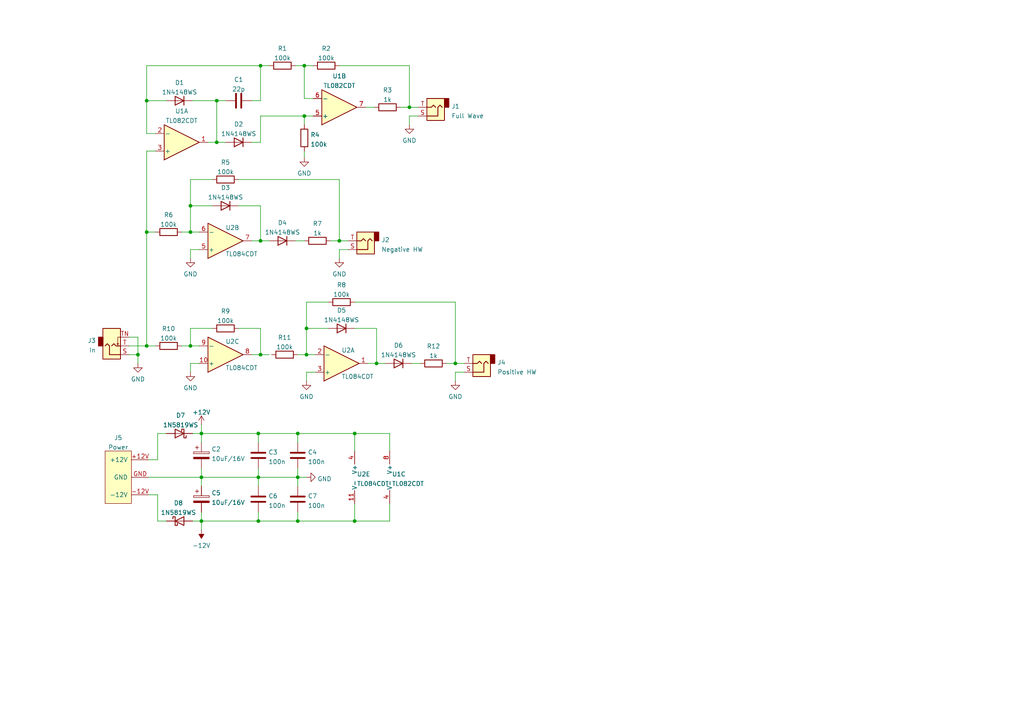
<source format=kicad_sch>
(kicad_sch (version 20211123) (generator eeschema)
  (paper "A4")
  (lib_symbols
    (symbol "Amplifier_Operational:TL072" (pin_names (offset 0.127))
      (property "Reference" "U" (at 0 5.08 0))
      (property "Value" "TL072" (at 0 -5.08 0))
      (symbol "TL072_1_1"
        (polyline (pts (xy -5.08 5.08) (xy 5.08 0) (xy -5.08 -5.08) (xy -5.08 5.08)) (stroke (width 0.254)) (fill (type background)))
        (pin output line (at 7.62 0 180) (length 2.54) (name "~") (number "1"))
        (pin input line (at -7.62 -2.54 0) (length 2.54) (name "-") (number "2"))
        (pin input line (at -7.62 2.54 0) (length 2.54) (name "+") (number "3"))
      )
      (symbol "TL072_2_1"
        (polyline (pts (xy -5.08 5.08) (xy 5.08 0) (xy -5.08 -5.08) (xy -5.08 5.08)) (stroke (width 0.254)) (fill (type background)))
        (pin input line (at -7.62 2.54 0) (length 2.54) (name "+") (number "5"))
        (pin input line (at -7.62 -2.54 0) (length 2.54) (name "-") (number "6"))
        (pin output line (at 7.62 0 180) (length 2.54) (name "~") (number "7"))
      )
      (symbol "TL072_3_1"
        (pin power_in line (at -2.54 -7.62 90) (length 3.81) (name "V-") (number "4"))
        (pin power_in line (at -2.54 7.62 270) (length 3.81) (name "V+") (number "8"))
      )
    )
    (symbol "Amplifier_Operational:TL074" (pin_names (offset 0.127))
      (property "Reference" "U" (at 0 5.08 0))
      (property "Value" "TL074" (at 0 -5.08 0))
      (symbol "TL074_1_1"
        (polyline (pts (xy -5.08 5.08) (xy 5.08 0) (xy -5.08 -5.08) (xy -5.08 5.08)) (stroke (width 0.254)) (fill (type background)))
        (pin output line (at 7.62 0 180) (length 2.54) (name "~") (number "1"))
        (pin input line (at -7.62 -2.54 0) (length 2.54) (name "-") (number "2"))
        (pin input line (at -7.62 2.54 0) (length 2.54) (name "+") (number "3"))
      )
      (symbol "TL074_2_1"
        (polyline (pts (xy -5.08 5.08) (xy 5.08 0) (xy -5.08 -5.08) (xy -5.08 5.08)) (stroke (width 0.254)) (fill (type background)))
        (pin input line (at -7.62 2.54 0) (length 2.54) (name "+") (number "5"))
        (pin input line (at -7.62 -2.54 0) (length 2.54) (name "-") (number "6"))
        (pin output line (at 7.62 0 180) (length 2.54) (name "~") (number "7"))
      )
      (symbol "TL074_3_1"
        (polyline (pts (xy -5.08 5.08) (xy 5.08 0) (xy -5.08 -5.08) (xy -5.08 5.08)) (stroke (width 0.254)) (fill (type background)))
        (pin input line (at -7.62 2.54 0) (length 2.54) (name "+") (number "10"))
        (pin output line (at 7.62 0 180) (length 2.54) (name "~") (number "8"))
        (pin input line (at -7.62 -2.54 0) (length 2.54) (name "-") (number "9"))
      )
      (symbol "TL074_4_1"
        (polyline (pts (xy -5.08 5.08) (xy 5.08 0) (xy -5.08 -5.08) (xy -5.08 5.08)) (stroke (width 0.254)) (fill (type background)))
        (pin input line (at -7.62 2.54 0) (length 2.54) (name "+") (number "12"))
        (pin input line (at -7.62 -2.54 0) (length 2.54) (name "-") (number "13"))
        (pin output line (at 7.62 0 180) (length 2.54) (name "~") (number "14"))
      )
      (symbol "TL074_5_1"
        (pin power_in line (at -2.54 -7.62 90) (length 3.81) (name "V-") (number "11"))
        (pin power_in line (at -2.54 7.62 270) (length 3.81) (name "V+") (number "4"))
      )
    )
    (symbol "Connector:AudioJack2"
      (property "Reference" "J" (at 0 8.89 0))
      (property "Value" "AudioJack2" (at 0 6.35 0))
      (symbol "AudioJack2_0_1"
        (rectangle (start -3.81 0) (end -2.54 -2.54) (stroke (width 0.254)) (fill (type outline)))
        (rectangle (start -2.54 3.81) (end 2.54 -2.54) (stroke (width 0.254)) (fill (type background)))
        (polyline (pts (xy 0 0) (xy 0.635 -0.635) (xy 1.27 0) (xy 2.54 0)) (stroke (width 0.254)))
        (polyline (pts (xy 2.54 2.54) (xy -0.635 2.54) (xy -0.635 0) (xy -1.27 -0.635) (xy -1.905 0)) (stroke (width 0.254)))
      )
      (symbol "AudioJack2_1_1"
        (pin passive line (at 5.08 2.54 180) (length 2.54) (name "~") (number "S"))
        (pin passive line (at 5.08 0 180) (length 2.54) (name "~") (number "T"))
      )
    )
    (symbol "Connector:AudioJack2_SwitchT"
      (property "Reference" "J" (at 0 8.89 0))
      (property "Value" "AudioJack2_SwitchT" (at 0 6.35 0))
      (symbol "AudioJack2_SwitchT_0_1"
        (rectangle (start -2.54 0) (end -3.81 -2.54) (stroke (width 0.254)) (fill (type outline)))
        (polyline (pts (xy 1.778 -0.254) (xy 2.032 -0.762)))
        (polyline (pts (xy 0 0) (xy 0.635 -0.635) (xy 1.27 0) (xy 2.54 0)) (stroke (width 0.254)))
        (polyline (pts (xy 2.54 -2.54) (xy 1.778 -2.54) (xy 1.778 -0.254) (xy 1.524 -0.762)))
        (polyline (pts (xy 2.54 2.54) (xy -0.635 2.54) (xy -0.635 0) (xy -1.27 -0.635) (xy -1.905 0)) (stroke (width 0.254)))
        (rectangle (start 2.54 3.81) (end -2.54 -5.08) (stroke (width 0.254)) (fill (type background)))
      )
      (symbol "AudioJack2_SwitchT_1_1"
        (pin passive line (at 5.08 2.54 180) (length 2.54) (name "~") (number "S"))
        (pin passive line (at 5.08 0 180) (length 2.54) (name "~") (number "T"))
        (pin passive line (at 5.08 -2.54 180) (length 2.54) (name "~") (number "TN"))
      )
    )
    (symbol "Device:C" (pin_numbers hide) (pin_names (offset 0.254))
      (property "Reference" "C" (at 0.635 2.54 0))
      (property "Value" "C" (at 0.635 -2.54 0))
      (symbol "C_0_1"
        (polyline (pts (xy -2.032 -0.762) (xy 2.032 -0.762)) (stroke (width 0.508)))
        (polyline (pts (xy -2.032 0.762) (xy 2.032 0.762)) (stroke (width 0.508)))
      )
      (symbol "C_1_1"
        (pin passive line (at 0 3.81 270) (length 2.794) (name "~") (number "1"))
        (pin passive line (at 0 -3.81 90) (length 2.794) (name "~") (number "2"))
      )
    )
    (symbol "Device:C_Polarized" (pin_numbers hide) (pin_names (offset 0.254))
      (property "Reference" "C" (at 0.635 2.54 0))
      (property "Value" "C_Polarized" (at 0.635 -2.54 0))
      (symbol "C_Polarized_0_1"
        (rectangle (start -2.286 0.508) (end 2.286 1.016))
        (polyline (pts (xy -1.778 2.286) (xy -0.762 2.286)))
        (polyline (pts (xy -1.27 2.794) (xy -1.27 1.778)))
        (rectangle (start 2.286 -0.508) (end -2.286 -1.016) (fill (type outline)))
      )
      (symbol "C_Polarized_1_1"
        (pin passive line (at 0 3.81 270) (length 2.794) (name "~") (number "1"))
        (pin passive line (at 0 -3.81 90) (length 2.794) (name "~") (number "2"))
      )
    )
    (symbol "Device:R" (pin_numbers hide) (pin_names (offset 0))
      (property "Reference" "R" (at 2.032 0 90))
      (property "Value" "R" (at 0 0 90))
      (symbol "R_0_1"
        (rectangle (start -1.016 -2.54) (end 1.016 2.54) (stroke (width 0.254)))
      )
      (symbol "R_1_1"
        (pin passive line (at 0 3.81 270) (length 1.27) (name "~") (number "1"))
        (pin passive line (at 0 -3.81 90) (length 1.27) (name "~") (number "2"))
      )
    )
    (symbol "Diode:1N4148" (pin_numbers hide) (pin_names (offset 1.016) hide)
      (property "Reference" "D" (at 0 2.54 0))
      (property "Value" "1N4148" (at 0 -2.54 0))
      (symbol "1N4148_0_1"
        (polyline (pts (xy -1.27 1.27) (xy -1.27 -1.27)) (stroke (width 0.254)))
        (polyline (pts (xy 1.27 0) (xy -1.27 0)))
        (polyline (pts (xy 1.27 1.27) (xy 1.27 -1.27) (xy -1.27 0) (xy 1.27 1.27)) (stroke (width 0.254)))
      )
      (symbol "1N4148_1_1"
        (pin passive line (at -3.81 0 0) (length 2.54) (name "K") (number "1"))
        (pin passive line (at 3.81 0 180) (length 2.54) (name "A") (number "2"))
      )
    )
    (symbol "Diode:1N5817" (pin_numbers hide) (pin_names (offset 1.016) hide)
      (property "Reference" "D" (at 0 2.54 0))
      (property "Value" "1N5817" (at 0 -2.54 0))
      (symbol "1N5817_0_1"
        (polyline (pts (xy 1.27 0) (xy -1.27 0)))
        (polyline (pts (xy 1.27 1.27) (xy 1.27 -1.27) (xy -1.27 0) (xy 1.27 1.27)) (stroke (width 0.254)))
        (polyline (pts (xy -1.905 0.635) (xy -1.905 1.27) (xy -1.27 1.27) (xy -1.27 -1.27) (xy -0.635 -1.27) (xy -0.635 -0.635)) (stroke (width 0.254)))
      )
      (symbol "1N5817_1_1"
        (pin passive line (at -3.81 0 0) (length 2.54) (name "K") (number "1"))
        (pin passive line (at 3.81 0 180) (length 2.54) (name "A") (number "2"))
      )
    )
    (symbol "Eurorack_Synth:Power_2x5" (pin_names (offset 1.016))
      (property "Reference" "J" (at 0 10.16 0))
      (property "Value" "Power_2x5" (at 0 8.89 0))
      (symbol "Power_2x5_0_1"
        (rectangle (start 3.81 7.62) (end -3.81 -7.62) (fill (type background)))
      )
      (symbol "Power_2x5_1_1"
        (pin power_out line (at 8.89 5.08 180) (length 5.08) (name "+12V") (number "+12V"))
        (pin power_out line (at 8.89 -5.08 180) (length 5.08) (name "-12V") (number "-12V"))
        (pin power_out line (at 8.89 0 180) (length 5.08) (name "GND") (number "GND"))
      )
    )
    (symbol "power:+12V" (power) (pin_names (offset 0))
      (property "Value" "+12V" (at 0 3.556 0))
      (symbol "+12V_0_1"
        (polyline (pts (xy -0.762 1.27) (xy 0 2.54)))
        (polyline (pts (xy 0 0) (xy 0 2.54)))
        (polyline (pts (xy 0 2.54) (xy 0.762 1.27)))
      )
      (symbol "+12V_1_1"
        (pin power_in line (at 0 0 90) (length 0) hide (name "+12V") (number "1"))
      )
    )
    (symbol "power:-12V" (power) (pin_names (offset 0))
      (property "Value" "-12V" (at 0 3.81 0))
      (symbol "-12V_0_0"
        (pin power_in line (at 0 0 90) (length 0) hide (name "-12V") (number "1"))
      )
      (symbol "-12V_0_1"
        (polyline (pts (xy 0 0) (xy 0 1.27) (xy 0.762 1.27) (xy 0 2.54) (xy -0.762 1.27) (xy 0 1.27)) (fill (type outline)))
      )
    )
    (symbol "power:GND" (power) (pin_names (offset 0))
      (property "Value" "GND" (at 0 -3.81 0))
      (symbol "GND_0_1"
        (polyline (pts (xy 0 0) (xy 0 -1.27) (xy 1.27 -1.27) (xy 0 -2.54) (xy -1.27 -1.27) (xy 0 -1.27)))
      )
      (symbol "GND_1_1"
        (pin power_in line (at 0 0 270) (length 0) hide (name "GND") (number "1"))
      )
    )
  )
  (junction (at 98.425 69.85))
  (junction (at 102.87 125.73))
  (junction (at 58.42 151.13))
  (junction (at 55.245 67.31))
  (junction (at 88.9 95.25))
  (junction (at 58.42 125.73))
  (junction (at 86.36 138.43))
  (junction (at 55.245 59.69))
  (junction (at 88.265 33.655))
  (junction (at 58.42 138.43))
  (junction (at 74.93 125.73))
  (junction (at 75.565 102.87))
  (junction (at 88.265 19.05))
  (junction (at 86.36 125.73))
  (junction (at 88.9 102.87))
  (junction (at 62.865 41.275))
  (junction (at 75.565 19.05))
  (junction (at 74.93 151.13))
  (junction (at 86.36 151.13))
  (junction (at 42.545 67.31))
  (junction (at 42.545 29.21))
  (junction (at 74.93 138.43))
  (junction (at 109.22 105.41))
  (junction (at 55.245 100.33))
  (junction (at 118.745 31.115))
  (junction (at 42.545 100.33))
  (junction (at 62.865 29.21))
  (junction (at 102.87 151.13))
  (junction (at 132.08 105.41))
  (junction (at 75.565 69.85))
  (junction (at 40.005 102.87))
  (wire (pts (xy 62.865 29.21) (xy 62.865 41.275)))
  (wire (pts (xy 75.565 19.05) (xy 75.565 29.21)))
  (wire (pts (xy 52.705 100.33) (xy 55.245 100.33)))
  (wire (pts (xy 109.22 95.25) (xy 109.22 105.41)))
  (wire (pts (xy 55.245 52.07) (xy 55.245 59.69)))
  (wire (pts (xy 95.25 87.63) (xy 88.9 87.63)))
  (wire (pts (xy 102.87 125.73) (xy 102.87 130.81)))
  (wire (pts (xy 98.425 72.39) (xy 98.425 74.93)))
  (wire (pts (xy 42.545 43.815) (xy 45.085 43.815)))
  (wire (pts (xy 85.725 19.05) (xy 88.265 19.05)))
  (wire (pts (xy 102.87 95.25) (xy 109.22 95.25)))
  (wire (pts (xy 88.9 95.25) (xy 95.25 95.25)))
  (wire (pts (xy 42.545 43.815) (xy 42.545 67.31)))
  (wire (pts (xy 55.245 59.69) (xy 55.245 67.31)))
  (wire (pts (xy 75.565 19.05) (xy 78.105 19.05)))
  (wire (pts (xy 48.26 151.13) (xy 45.72 151.13)))
  (wire (pts (xy 58.42 151.13) (xy 58.42 153.67)))
  (wire (pts (xy 88.265 43.815) (xy 88.265 45.72)))
  (wire (pts (xy 73.025 41.275) (xy 75.565 41.275)))
  (wire (pts (xy 86.36 125.73) (xy 86.36 128.27)))
  (wire (pts (xy 98.425 69.85) (xy 98.425 52.07)))
  (wire (pts (xy 86.36 151.13) (xy 102.87 151.13)))
  (wire (pts (xy 37.465 97.79) (xy 40.005 97.79)))
  (wire (pts (xy 75.565 33.655) (xy 88.265 33.655)))
  (wire (pts (xy 58.42 123.19) (xy 58.42 125.73)))
  (wire (pts (xy 88.265 19.05) (xy 90.805 19.05)))
  (wire (pts (xy 62.865 41.275) (xy 60.325 41.275)))
  (wire (pts (xy 43.18 133.35) (xy 45.72 133.35)))
  (wire (pts (xy 109.22 105.41) (xy 111.76 105.41)))
  (wire (pts (xy 113.03 125.73) (xy 113.03 130.81)))
  (wire (pts (xy 132.08 107.95) (xy 132.08 110.49)))
  (wire (pts (xy 74.93 138.43) (xy 74.93 140.97)))
  (wire (pts (xy 58.42 138.43) (xy 74.93 138.43)))
  (wire (pts (xy 55.88 125.73) (xy 58.42 125.73)))
  (wire (pts (xy 106.68 105.41) (xy 109.22 105.41)))
  (wire (pts (xy 102.87 125.73) (xy 113.03 125.73)))
  (wire (pts (xy 55.245 95.25) (xy 55.245 100.33)))
  (wire (pts (xy 106.045 31.115) (xy 108.585 31.115)))
  (wire (pts (xy 75.565 69.85) (xy 78.105 69.85)))
  (wire (pts (xy 88.265 19.05) (xy 88.265 28.575)))
  (wire (pts (xy 45.085 67.31) (xy 42.545 67.31)))
  (wire (pts (xy 58.42 151.13) (xy 74.93 151.13)))
  (wire (pts (xy 37.465 102.87) (xy 40.005 102.87)))
  (wire (pts (xy 118.745 31.115) (xy 121.285 31.115)))
  (wire (pts (xy 98.425 69.85) (xy 100.965 69.85)))
  (wire (pts (xy 74.93 138.43) (xy 86.36 138.43)))
  (wire (pts (xy 118.745 31.115) (xy 116.205 31.115)))
  (wire (pts (xy 37.465 100.33) (xy 42.545 100.33)))
  (wire (pts (xy 73.025 69.85) (xy 75.565 69.85)))
  (wire (pts (xy 45.72 125.73) (xy 45.72 133.35)))
  (wire (pts (xy 75.565 29.21) (xy 73.025 29.21)))
  (wire (pts (xy 74.93 135.89) (xy 74.93 138.43)))
  (wire (pts (xy 74.93 125.73) (xy 74.93 128.27)))
  (wire (pts (xy 69.215 95.25) (xy 75.565 95.25)))
  (wire (pts (xy 45.72 151.13) (xy 45.72 143.51)))
  (wire (pts (xy 48.26 29.21) (xy 42.545 29.21)))
  (wire (pts (xy 61.595 52.07) (xy 55.245 52.07)))
  (wire (pts (xy 69.215 59.69) (xy 75.565 59.69)))
  (wire (pts (xy 55.245 59.69) (xy 61.595 59.69)))
  (wire (pts (xy 55.245 67.31) (xy 57.785 67.31)))
  (wire (pts (xy 42.545 29.21) (xy 42.545 19.05)))
  (wire (pts (xy 58.42 148.59) (xy 58.42 151.13)))
  (wire (pts (xy 75.565 41.275) (xy 75.565 33.655)))
  (wire (pts (xy 88.9 87.63) (xy 88.9 95.25)))
  (wire (pts (xy 40.005 102.87) (xy 40.005 105.41)))
  (wire (pts (xy 62.865 29.21) (xy 65.405 29.21)))
  (wire (pts (xy 132.08 105.41) (xy 132.08 87.63)))
  (wire (pts (xy 88.9 102.87) (xy 91.44 102.87)))
  (wire (pts (xy 52.705 67.31) (xy 55.245 67.31)))
  (wire (pts (xy 42.545 100.33) (xy 45.085 100.33)))
  (wire (pts (xy 86.36 138.43) (xy 88.9 138.43)))
  (wire (pts (xy 121.92 105.41) (xy 119.38 105.41)))
  (wire (pts (xy 43.18 143.51) (xy 45.72 143.51)))
  (wire (pts (xy 58.42 138.43) (xy 58.42 140.97)))
  (wire (pts (xy 95.885 69.85) (xy 98.425 69.85)))
  (wire (pts (xy 75.565 95.25) (xy 75.565 102.87)))
  (wire (pts (xy 55.88 29.21) (xy 62.865 29.21)))
  (wire (pts (xy 86.36 125.73) (xy 102.87 125.73)))
  (wire (pts (xy 98.425 19.05) (xy 118.745 19.05)))
  (wire (pts (xy 75.565 102.87) (xy 73.025 102.87)))
  (wire (pts (xy 86.36 151.13) (xy 86.36 148.59)))
  (wire (pts (xy 42.545 38.735) (xy 45.085 38.735)))
  (wire (pts (xy 74.93 151.13) (xy 74.93 148.59)))
  (wire (pts (xy 42.545 67.31) (xy 42.545 100.33)))
  (wire (pts (xy 88.265 33.655) (xy 88.265 36.195)))
  (wire (pts (xy 42.545 19.05) (xy 75.565 19.05)))
  (wire (pts (xy 42.545 29.21) (xy 42.545 38.735)))
  (wire (pts (xy 75.565 102.87) (xy 78.105 102.87)))
  (wire (pts (xy 86.36 102.87) (xy 88.9 102.87)))
  (wire (pts (xy 55.245 105.41) (xy 55.245 107.95)))
  (wire (pts (xy 55.245 105.41) (xy 57.785 105.41)))
  (wire (pts (xy 58.42 138.43) (xy 58.42 135.89)))
  (wire (pts (xy 129.54 105.41) (xy 132.08 105.41)))
  (wire (pts (xy 86.36 138.43) (xy 86.36 140.97)))
  (wire (pts (xy 69.215 52.07) (xy 98.425 52.07)))
  (wire (pts (xy 74.93 125.73) (xy 86.36 125.73)))
  (wire (pts (xy 102.87 151.13) (xy 113.03 151.13)))
  (wire (pts (xy 100.965 72.39) (xy 98.425 72.39)))
  (wire (pts (xy 134.62 107.95) (xy 132.08 107.95)))
  (wire (pts (xy 118.745 19.05) (xy 118.745 31.115)))
  (wire (pts (xy 88.265 69.85) (xy 85.725 69.85)))
  (wire (pts (xy 121.285 33.655) (xy 118.745 33.655)))
  (wire (pts (xy 113.03 151.13) (xy 113.03 146.05)))
  (wire (pts (xy 61.595 95.25) (xy 55.245 95.25)))
  (wire (pts (xy 74.93 151.13) (xy 86.36 151.13)))
  (wire (pts (xy 91.44 107.95) (xy 88.9 107.95)))
  (wire (pts (xy 43.18 138.43) (xy 58.42 138.43)))
  (wire (pts (xy 55.245 100.33) (xy 57.785 100.33)))
  (wire (pts (xy 75.565 59.69) (xy 75.565 69.85)))
  (wire (pts (xy 90.805 33.655) (xy 88.265 33.655)))
  (wire (pts (xy 40.005 97.79) (xy 40.005 102.87)))
  (wire (pts (xy 88.9 107.95) (xy 88.9 110.49)))
  (wire (pts (xy 55.88 151.13) (xy 58.42 151.13)))
  (wire (pts (xy 118.745 33.655) (xy 118.745 36.195)))
  (wire (pts (xy 132.08 105.41) (xy 134.62 105.41)))
  (wire (pts (xy 58.42 125.73) (xy 58.42 128.27)))
  (wire (pts (xy 88.9 95.25) (xy 88.9 102.87)))
  (wire (pts (xy 86.36 135.89) (xy 86.36 138.43)))
  (wire (pts (xy 90.805 28.575) (xy 88.265 28.575)))
  (wire (pts (xy 62.865 41.275) (xy 65.405 41.275)))
  (wire (pts (xy 55.245 72.39) (xy 55.245 74.93)))
  (wire (pts (xy 48.26 125.73) (xy 45.72 125.73)))
  (wire (pts (xy 102.87 87.63) (xy 132.08 87.63)))
  (wire (pts (xy 58.42 125.73) (xy 74.93 125.73)))
  (wire (pts (xy 102.87 151.13) (xy 102.87 146.05)))
  (wire (pts (xy 57.785 72.39) (xy 55.245 72.39)))
  (symbol (lib_id "Device:C_Polarized") (at 58.42 132.08 0) (unit 1)
    (property "Reference" "C2" (at 61.341 130.2825 0) (effects (justify left)))
    (property "Value" "10uF/16V" (at 61.341 133.0576 0) (effects (justify left)))
    (property "Footprint" "Capacitor_Tantalum_SMD:CP_EIA-3216-18_Kemet-A" (effects hide))
    (property "MPN" "C7171" (effects hide))
  )
  (symbol (lib_id "Amplifier_Operational:TL074") (at 100.33 138.43 0) (mirror y) (unit 5)
    (property "Reference" "U2" (at 103.505 137.5215 0) (effects (justify right)))
    (property "Value" "TL084CDT" (at 103.505 140.2966 0) (effects (justify right)))
    (property "Footprint" "Package_SO:SOIC-14_3.9x8.7mm_P1.27mm" (effects hide))
    (property "Datasheet" "http://www.ti.com/lit/ds/symlink/tl071.pdf" (effects hide))
    (property "MPN" "C11130" (effects hide))
  )
  (symbol (lib_id "Device:C") (at 74.93 144.78 0) (unit 1)
    (property "Reference" "C6" (at 77.851 143.8715 0) (effects (justify left)))
    (property "Value" "100n" (at 77.851 146.6466 0) (effects (justify left)))
    (property "Footprint" "Capacitor_SMD:C_0402_1005Metric" (effects hide))
    (property "MPN" "C307331" (effects hide))
  )
  (symbol (lib_id "power:GND") (at 55.245 107.95 0) (unit 1)
    (property "Reference" "#PWR06" (effects hide))
    (property "Value" "GND" (at 55.245 112.5125 0))
  )
  (symbol (lib_id "Amplifier_Operational:TL072") (at 98.425 31.115 0) (mirror x) (unit 2)
    (property "Reference" "U1" (at 98.425 22.0685 0))
    (property "Value" "TL082CDT" (at 98.425 24.8436 0))
    (property "Footprint" "Package_SO:SOIC-8_3.9x4.9mm_P1.27mm" (effects hide))
    (property "Datasheet" "http://www.ti.com/lit/ds/symlink/tl071.pdf" (effects hide))
    (property "MPN" "C13460" (effects hide))
  )
  (symbol (lib_id "power:GND") (at 88.9 110.49 0) (unit 1)
    (property "Reference" "#PWR07" (effects hide))
    (property "Value" "GND" (at 88.9 115.0525 0))
  )
  (symbol (lib_id "Device:R") (at 99.06 87.63 90) (unit 1)
    (property "Reference" "R8" (at 99.06 82.6475 90))
    (property "Value" "100k" (at 99.06 85.4226 90))
    (property "Footprint" "Resistor_SMD:R_0603_1608Metric" (effects hide))
    (property "MPN" "C335088" (effects hide))
  )
  (symbol (lib_id "Device:C") (at 86.36 144.78 180) (unit 1)
    (property "Reference" "C7" (at 89.281 143.8715 0) (effects (justify right)))
    (property "Value" "100n" (at 89.281 146.6466 0) (effects (justify right)))
    (property "Footprint" "Capacitor_SMD:C_0402_1005Metric" (effects hide))
    (property "MPN" "C307331" (effects hide))
  )
  (symbol (lib_id "Device:R") (at 48.895 100.33 90) (unit 1)
    (property "Reference" "R10" (at 48.895 95.3475 90))
    (property "Value" "100k" (at 48.895 98.1226 90))
    (property "Footprint" "Resistor_SMD:R_0603_1608Metric" (effects hide))
    (property "MPN" "C335088" (effects hide))
  )
  (symbol (lib_id "Diode:1N4148") (at 81.915 69.85 180) (unit 1)
    (property "Reference" "D4" (at 81.915 64.6135 0))
    (property "Value" "1N4148WS" (at 81.915 67.3886 0))
    (property "Footprint" "Diode_SMD:D_SOD-323" (effects hide))
    (property "Datasheet" "https://assets.nexperia.com/documents/data-sheet/1N4148_1N4448.pdf" (effects hide))
    (property "MPN" "C2128" (effects hide))
  )
  (symbol (lib_id "power:GND") (at 98.425 74.93 0) (unit 1)
    (property "Reference" "#PWR04" (effects hide))
    (property "Value" "GND" (at 98.425 79.4925 0))
  )
  (symbol (lib_id "Device:C_Polarized") (at 58.42 144.78 0) (unit 1)
    (property "Reference" "C5" (at 61.341 142.9825 0) (effects (justify left)))
    (property "Value" "10uF/16V" (at 61.341 145.7576 0) (effects (justify left)))
    (property "Footprint" "Capacitor_Tantalum_SMD:CP_EIA-3216-18_Kemet-A" (effects hide))
    (property "MPN" "C7171" (effects hide))
  )
  (symbol (lib_id "Device:R") (at 81.915 19.05 90) (unit 1)
    (property "Reference" "R1" (at 81.915 14.0675 90))
    (property "Value" "100k" (at 81.915 16.8426 90))
    (property "Footprint" "Resistor_SMD:R_0603_1608Metric" (effects hide))
    (property "MPN" "C335088" (effects hide))
  )
  (symbol (lib_id "Device:C") (at 74.93 132.08 0) (unit 1)
    (property "Reference" "C3" (at 77.851 131.1715 0) (effects (justify left)))
    (property "Value" "100n" (at 77.851 133.9466 0) (effects (justify left)))
    (property "Footprint" "Capacitor_SMD:C_0402_1005Metric" (effects hide))
    (property "MPN" "C307331" (effects hide))
  )
  (symbol (lib_id "Device:R") (at 65.405 52.07 90) (unit 1)
    (property "Reference" "R5" (at 65.405 47.0875 90))
    (property "Value" "100k" (at 65.405 49.8626 90))
    (property "Footprint" "Resistor_SMD:R_0603_1608Metric" (effects hide))
    (property "MPN" "C335088" (effects hide))
  )
  (symbol (lib_id "power:GND") (at 40.005 105.41 0) (unit 1)
    (property "Reference" "#PWR05" (effects hide))
    (property "Value" "GND" (at 40.005 109.9725 0))
  )
  (symbol (lib_id "Connector:AudioJack2") (at 106.045 69.85 180) (unit 1)
    (property "Reference" "J2" (at 110.617 69.5765 0) (effects (justify right)))
    (property "Value" "Negative HW" (at 110.617 72.3516 0) (effects (justify right)))
    (property "Footprint" "Connector_Audio_QingPu:Jack_3.5mm_QingPu_WQP-PJ324M" (effects hide))
  )
  (symbol (lib_id "Device:R") (at 88.265 40.005 180) (unit 1)
    (property "Reference" "R4" (at 90.043 39.0965 0) (effects (justify right)))
    (property "Value" "100k" (at 90.043 41.8716 0) (effects (justify right)))
    (property "Footprint" "Resistor_SMD:R_0603_1608Metric" (effects hide))
    (property "MPN" "C335088" (effects hide))
  )
  (symbol (lib_id "Connector:AudioJack2") (at 126.365 31.115 180) (unit 1)
    (property "Reference" "J1" (at 130.937 30.8415 0) (effects (justify right)))
    (property "Value" "Full Wave" (at 130.937 33.6166 0) (effects (justify right)))
    (property "Footprint" "Connector_Audio_QingPu:Jack_3.5mm_QingPu_WQP-PJ324M" (effects hide))
  )
  (symbol (lib_id "Diode:1N4148") (at 99.06 95.25 180) (unit 1)
    (property "Reference" "D5" (at 99.06 90.0135 0))
    (property "Value" "1N4148WS" (at 99.06 92.7886 0))
    (property "Footprint" "Diode_SMD:D_SOD-323" (effects hide))
    (property "Datasheet" "https://assets.nexperia.com/documents/data-sheet/1N4148_1N4448.pdf" (effects hide))
    (property "MPN" "C2128" (effects hide))
  )
  (symbol (lib_id "Diode:1N4148") (at 52.07 29.21 180) (unit 1)
    (property "Reference" "D1" (at 52.07 23.9735 0))
    (property "Value" "1N4148WS" (at 52.07 26.7486 0))
    (property "Footprint" "Diode_SMD:D_SOD-323" (effects hide))
    (property "Datasheet" "https://assets.nexperia.com/documents/data-sheet/1N4148_1N4448.pdf" (effects hide))
    (property "MPN" "C2128" (effects hide))
  )
  (symbol (lib_id "Amplifier_Operational:TL074") (at 65.405 102.87 0) (mirror x) (unit 3)
    (property "Reference" "U2" (at 65.405 99.06 0) (effects (justify left)))
    (property "Value" "TL084CDT" (at 65.405 106.68 0) (effects (justify left)))
    (property "Footprint" "Package_SO:SOIC-14_3.9x8.7mm_P1.27mm" (effects hide))
    (property "Datasheet" "http://www.ti.com/lit/ds/symlink/tl071.pdf" (effects hide))
    (property "MPN" "C11130" (effects hide))
  )
  (symbol (lib_id "power:GND") (at 55.245 74.93 0) (unit 1)
    (property "Reference" "#PWR03" (effects hide))
    (property "Value" "GND" (at 55.245 79.4925 0))
  )
  (symbol (lib_id "power:GND") (at 88.265 45.72 0) (unit 1)
    (property "Reference" "#PWR02" (effects hide))
    (property "Value" "GND" (at 88.265 50.2825 0))
  )
  (symbol (lib_id "power:GND") (at 132.08 110.49 0) (unit 1)
    (property "Reference" "#PWR08" (effects hide))
    (property "Value" "GND" (at 132.08 115.0525 0))
  )
  (symbol (lib_id "Device:R") (at 82.55 102.87 90) (unit 1)
    (property "Reference" "R11" (at 82.55 97.8875 90))
    (property "Value" "100k" (at 82.55 100.6626 90))
    (property "Footprint" "Resistor_SMD:R_0603_1608Metric" (effects hide))
    (property "MPN" "C335088" (effects hide))
  )
  (symbol (lib_id "power:GND") (at 88.9 138.43 90) (unit 1)
    (property "Reference" "#PWR010" (effects hide))
    (property "Value" "GND" (at 92.075 138.909 90) (effects (justify right)))
  )
  (symbol (lib_id "Device:R") (at 125.73 105.41 90) (unit 1)
    (property "Reference" "R12" (at 125.73 100.4275 90))
    (property "Value" "1k" (at 125.73 103.2026 90))
    (property "Footprint" "Resistor_SMD:R_1206_3216Metric" (effects hide))
    (property "MPN" "C4410" (effects hide))
  )
  (symbol (lib_id "Diode:1N4148") (at 69.215 41.275 180) (unit 1)
    (property "Reference" "D2" (at 69.215 36.0385 0))
    (property "Value" "1N4148WS" (at 69.215 38.8136 0))
    (property "Footprint" "Diode_SMD:D_SOD-323" (effects hide))
    (property "Datasheet" "https://assets.nexperia.com/documents/data-sheet/1N4148_1N4448.pdf" (effects hide))
    (property "MPN" "C2128" (effects hide))
  )
  (symbol (lib_id "Amplifier_Operational:TL074") (at 99.06 105.41 0) (mirror x) (unit 1)
    (property "Reference" "U2" (at 99.06 101.6 0) (effects (justify left)))
    (property "Value" "TL084CDT" (at 99.06 109.22 0) (effects (justify left)))
    (property "Footprint" "Package_SO:SOIC-14_3.9x8.7mm_P1.27mm" (effects hide))
    (property "Datasheet" "http://www.ti.com/lit/ds/symlink/tl071.pdf" (effects hide))
    (property "MPN" "C11130" (effects hide))
  )
  (symbol (lib_id "Connector:AudioJack2") (at 139.7 105.41 180) (unit 1)
    (property "Reference" "J4" (at 144.272 105.1365 0) (effects (justify right)))
    (property "Value" "Positive HW" (at 144.272 107.9116 0) (effects (justify right)))
    (property "Footprint" "Connector_Audio_QingPu:Jack_3.5mm_QingPu_WQP-PJ324M" (effects hide))
  )
  (symbol (lib_id "Amplifier_Operational:TL072") (at 115.57 138.43 0) (unit 3)
    (property "Reference" "U1" (at 113.665 137.5215 0) (effects (justify left)))
    (property "Value" "TL082CDT" (at 113.665 140.2966 0) (effects (justify left)))
    (property "Footprint" "Package_SO:SOIC-8_3.9x4.9mm_P1.27mm" (effects hide))
    (property "Datasheet" "http://www.ti.com/lit/ds/symlink/tl071.pdf" (effects hide))
    (property "MPN" "C13460" (effects hide))
  )
  (symbol (lib_id "Amplifier_Operational:TL074") (at 65.405 69.85 0) (mirror x) (unit 2)
    (property "Reference" "U2" (at 65.405 66.04 0) (effects (justify left)))
    (property "Value" "TL084CDT" (at 65.405 73.66 0) (effects (justify left)))
    (property "Footprint" "Package_SO:SOIC-14_3.9x8.7mm_P1.27mm" (effects hide))
    (property "Datasheet" "http://www.ti.com/lit/ds/symlink/tl071.pdf" (effects hide))
    (property "MPN" "C11130" (effects hide))
  )
  (symbol (lib_id "Diode:1N4148") (at 115.57 105.41 180) (unit 1)
    (property "Reference" "D6" (at 115.57 100.1735 0))
    (property "Value" "1N4148WS" (at 115.57 102.9486 0))
    (property "Footprint" "Diode_SMD:D_SOD-323" (effects hide))
    (property "Datasheet" "https://assets.nexperia.com/documents/data-sheet/1N4148_1N4448.pdf" (effects hide))
    (property "MPN" "C2128" (effects hide))
  )
  (symbol (lib_id "power:+12V") (at 58.42 123.19 0) (unit 1)
    (property "Reference" "#PWR09" (effects hide))
    (property "Value" "+12V" (at 58.42 119.5855 0))
  )
  (symbol (lib_id "power:-12V") (at 58.42 153.67 180) (unit 1)
    (property "Reference" "#PWR011" (effects hide))
    (property "Value" "-12V" (at 58.42 158.2325 0))
  )
  (symbol (lib_id "Connector:AudioJack2_SwitchT") (at 32.385 100.33 0) (mirror x) (unit 1)
    (property "Reference" "J3" (at 27.813 98.7865 0) (effects (justify right)))
    (property "Value" "In" (at 27.813 101.5616 0) (effects (justify right)))
    (property "Footprint" "Connector_Audio_QingPu:Jack_3.5mm_QingPu_WQP-PJ324M" (effects hide))
  )
  (symbol (lib_id "Device:R") (at 48.895 67.31 90) (unit 1)
    (property "Reference" "R6" (at 48.895 62.3275 90))
    (property "Value" "100k" (at 48.895 65.1026 90))
    (property "Footprint" "Resistor_SMD:R_0603_1608Metric" (effects hide))
    (property "MPN" "C335088" (effects hide))
  )
  (symbol (lib_id "Diode:1N4148") (at 65.405 59.69 180) (unit 1)
    (property "Reference" "D3" (at 65.405 54.4535 0))
    (property "Value" "1N4148WS" (at 65.405 57.2286 0))
    (property "Footprint" "Diode_SMD:D_SOD-323" (effects hide))
    (property "Datasheet" "https://assets.nexperia.com/documents/data-sheet/1N4148_1N4448.pdf" (effects hide))
    (property "MPN" "C2128" (effects hide))
  )
  (symbol (lib_id "Device:R") (at 65.405 95.25 90) (unit 1)
    (property "Reference" "R9" (at 65.405 90.2675 90))
    (property "Value" "100k" (at 65.405 93.0426 90))
    (property "Footprint" "Resistor_SMD:R_0603_1608Metric" (effects hide))
    (property "MPN" "C335088" (effects hide))
  )
  (symbol (lib_id "Device:R") (at 92.075 69.85 90) (unit 1)
    (property "Reference" "R7" (at 92.075 64.8675 90))
    (property "Value" "1k" (at 92.075 67.6426 90))
    (property "Footprint" "Resistor_SMD:R_1206_3216Metric" (effects hide))
    (property "MPN" "C4410" (effects hide))
  )
  (symbol (lib_id "Eurorack_Synth:Power_2x5") (at 34.29 138.43 0) (unit 1)
    (property "Reference" "J5" (at 34.29 126.9705 0))
    (property "Value" "Power" (at 34.29 129.7456 0))
    (property "Footprint" "CATs_Eurosynth_Specials:Power_2x8_Horizontal" (effects hide))
  )
  (symbol (lib_id "Device:C") (at 86.36 132.08 180) (unit 1)
    (property "Reference" "C4" (at 89.281 131.1715 0) (effects (justify right)))
    (property "Value" "100n" (at 89.281 133.9466 0) (effects (justify right)))
    (property "Footprint" "Capacitor_SMD:C_0402_1005Metric" (effects hide))
    (property "MPN" "C307331" (effects hide))
  )
  (symbol (lib_id "Diode:1N5817") (at 52.07 151.13 0) (unit 1)
    (property "Reference" "D8" (at 51.7525 145.8935 0))
    (property "Value" "1N5819WS" (at 51.7525 148.6686 0))
    (property "Footprint" "Diode_SMD:D_SOD-323" (effects hide))
    (property "Datasheet" "http://www.vishay.com/docs/88525/1n5817.pdf" (effects hide))
    (property "MPN" "C1884554" (effects hide))
  )
  (symbol (lib_id "Diode:1N5817") (at 52.07 125.73 180) (unit 1)
    (property "Reference" "D7" (at 52.3875 120.4935 0))
    (property "Value" "1N5819WS" (at 52.3875 123.2686 0))
    (property "Footprint" "Diode_SMD:D_SOD-323" (effects hide))
    (property "Datasheet" "http://www.vishay.com/docs/88525/1n5817.pdf" (effects hide))
    (property "MPN" "C1884554" (effects hide))
  )
  (symbol (lib_id "Device:C") (at 69.215 29.21 270) (unit 1)
    (property "Reference" "C1" (at 69.215 23.0845 90))
    (property "Value" "22p" (at 69.215 25.8596 90))
    (property "Footprint" "Capacitor_SMD:C_0402_1005Metric" (effects hide))
    (property "MPN" "C1555" (effects hide))
  )
  (symbol (lib_id "power:GND") (at 118.745 36.195 0) (unit 1)
    (property "Reference" "#PWR01" (effects hide))
    (property "Value" "GND" (at 118.745 40.7575 0))
  )
  (symbol (lib_id "Amplifier_Operational:TL072") (at 52.705 41.275 0) (mirror x) (unit 1)
    (property "Reference" "U1" (at 52.705 32.2285 0))
    (property "Value" "TL082CDT" (at 52.705 35.0036 0))
    (property "Footprint" "Package_SO:SOIC-8_3.9x4.9mm_P1.27mm" (effects hide))
    (property "Datasheet" "http://www.ti.com/lit/ds/symlink/tl071.pdf" (effects hide))
    (property "MPN" "C13460" (effects hide))
  )
  (symbol (lib_id "Device:R") (at 112.395 31.115 90) (unit 1)
    (property "Reference" "R3" (at 112.395 26.1325 90))
    (property "Value" "1k" (at 112.395 28.9076 90))
    (property "Footprint" "Resistor_SMD:R_1206_3216Metric" (effects hide))
    (property "MPN" "C4410" (effects hide))
  )
  (symbol (lib_id "Device:R") (at 94.615 19.05 90) (unit 1)
    (property "Reference" "R2" (at 94.615 14.0675 90))
    (property "Value" "100k" (at 94.615 16.8426 90))
    (property "Footprint" "Resistor_SMD:R_0603_1608Metric" (effects hide))
    (property "MPN" "C335088" (effects hide))
  )
)
</source>
